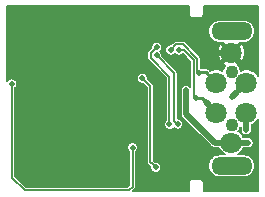
<source format=gtl>
G04 #@! TF.GenerationSoftware,KiCad,Pcbnew,(5.0.0-3-g5ebb6b6)*
G04 #@! TF.CreationDate,2018-08-18T00:05:47+02:00*
G04 #@! TF.ProjectId,nk-u2f,6E6B2D7532662E6B696361645F706362,R5*
G04 #@! TF.SameCoordinates,PX791ddc0PY5e69114*
G04 #@! TF.FileFunction,Copper,L1,Top,Signal*
G04 #@! TF.FilePolarity,Positive*
%FSLAX46Y46*%
G04 Gerber Fmt 4.6, Leading zero omitted, Abs format (unit mm)*
G04 Created by KiCad (PCBNEW (5.0.0-3-g5ebb6b6)) date Saturday, 18 August 2018 at 00:05:47*
%MOMM*%
%LPD*%
G01*
G04 APERTURE LIST*
G04 #@! TA.AperFunction,ComponentPad*
%ADD10C,1.099820*%
G04 #@! TD*
G04 #@! TA.AperFunction,ComponentPad*
%ADD11O,3.500120X1.501140*%
G04 #@! TD*
G04 #@! TA.AperFunction,BGAPad,CuDef*
%ADD12C,1.800000*%
G04 #@! TD*
G04 #@! TA.AperFunction,ViaPad*
%ADD13C,0.500000*%
G04 #@! TD*
G04 #@! TA.AperFunction,Conductor*
%ADD14C,0.500000*%
G04 #@! TD*
G04 #@! TA.AperFunction,Conductor*
%ADD15C,0.150000*%
G04 #@! TD*
G04 #@! TA.AperFunction,Conductor*
%ADD16C,0.254000*%
G04 #@! TD*
G04 APERTURE END LIST*
D10*
G04 #@! TO.P,J1,8*
G04 #@! TO.N,N/C*
X6999600Y2234450D03*
G04 #@! TO.P,J1,7*
X6999600Y-2266430D03*
D11*
G04 #@! TO.P,J1,6*
X6999600Y-5715750D03*
G04 #@! TO.P,J1,5*
X6999600Y5683770D03*
G04 #@! TD*
D12*
G04 #@! TO.P,TP1,1*
G04 #@! TO.N,/GND*
X6970000Y3866500D03*
G04 #@! TD*
G04 #@! TO.P,TP5,1*
G04 #@! TO.N,/C2CK*
X8240000Y1326500D03*
G04 #@! TD*
G04 #@! TO.P,TP2,1*
G04 #@! TO.N,/HD+*
X5700000Y1326500D03*
G04 #@! TD*
G04 #@! TO.P,TP3,1*
G04 #@! TO.N,/HD-*
X5700000Y-1213500D03*
G04 #@! TD*
G04 #@! TO.P,TP6,1*
G04 #@! TO.N,/C2D*
X8240000Y-1213500D03*
G04 #@! TD*
G04 #@! TO.P,TP4,1*
G04 #@! TO.N,/+5V*
X6970000Y-3753500D03*
G04 #@! TD*
D13*
G04 #@! TO.N,/+5V*
X8400600Y-3746600D03*
X3147880Y680620D03*
G04 #@! TO.N,/C2CK*
X7003602Y101500D03*
G04 #@! TO.N,/C2D*
X8235500Y-2654400D03*
G04 #@! TO.N,/HD+*
X1853305Y4089775D03*
X4278210Y2120800D03*
G04 #@! TO.N,/HD-*
X2529430Y4094134D03*
X3968300Y554D03*
G04 #@! TO.N,/Button*
X565156Y-5845599D03*
X-552900Y1701700D03*
G04 #@! TO.N,/SDA*
X642900Y4314514D03*
X1738210Y-2197192D03*
G04 #@! TO.N,/SCL*
X640376Y3640223D03*
X2418900Y-2171800D03*
G04 #@! TO.N,/LED*
X-1391100Y-4165700D03*
X-11614600Y1224180D03*
G04 #@! TO.N,/GND*
X3714300Y-5372200D03*
X-420330Y2338039D03*
X4044500Y5587900D03*
X7918000Y2832000D03*
X463100Y1981100D03*
X2304600Y-6159600D03*
X725000Y-153500D03*
G04 #@! TD*
D14*
G04 #@! TO.N,/+5V*
X6970000Y-3753500D02*
X5588100Y-3753500D01*
X5588100Y-3753500D02*
X3147880Y-1313280D01*
X3147880Y327067D02*
X3147880Y680620D01*
X3147880Y-1313280D02*
X3147880Y327067D01*
X8393700Y-3753500D02*
X8400600Y-3746600D01*
X6970000Y-3753500D02*
X8393700Y-3753500D01*
D15*
G04 #@! TO.N,/C2CK*
X7562402Y660300D02*
X7422702Y520600D01*
X7848602Y946500D02*
X7562402Y660300D01*
D14*
X7562402Y660300D02*
X7573800Y660300D01*
X7573800Y660300D02*
X8240000Y1326500D01*
X7422702Y520600D02*
X7003602Y101500D01*
D15*
X8525000Y946500D02*
X7848602Y946500D01*
G04 #@! TO.N,/C2D*
X8525000Y-1053500D02*
X8235500Y-1343000D01*
D14*
X8235500Y-1343000D02*
X8235500Y-2654400D01*
D16*
G04 #@! TO.N,/HD+*
X5175000Y1000010D02*
X5175000Y1218900D01*
D15*
X4278210Y2153790D02*
X4278210Y2120800D01*
X4108000Y2324000D02*
X4278210Y2153790D01*
D16*
X4383909Y2226499D02*
X4278210Y2120800D01*
D15*
X4108000Y3365400D02*
X4108000Y2324000D01*
D16*
X4800001Y2226499D02*
X4383909Y2226499D01*
D15*
X2332665Y4569135D02*
X2904265Y4569135D01*
D16*
X5700000Y1326500D02*
X4800001Y2226499D01*
D15*
X1853305Y4089775D02*
X2332665Y4569135D01*
X2904265Y4569135D02*
X4108000Y3365400D01*
D14*
G04 #@! TO.N,/HD-*
X4791400Y-304900D02*
X5803019Y-1316519D01*
X5803019Y-1316519D02*
X5700000Y-1213500D01*
D16*
X5175000Y-1016750D02*
X5175000Y-736900D01*
D15*
X3803200Y165654D02*
X3968300Y554D01*
X2934766Y4094134D02*
X3803200Y3225700D01*
D16*
X4485946Y554D02*
X4791400Y-304900D01*
D15*
X2529430Y4094134D02*
X2934766Y4094134D01*
D16*
X3968300Y554D02*
X4485946Y554D01*
D15*
X3803200Y3225700D02*
X3803200Y165654D01*
G04 #@! TO.N,/Button*
X114777Y-2213488D02*
X114777Y-5395220D01*
X114777Y-5395220D02*
X315157Y-5595600D01*
X315157Y-5595600D02*
X565156Y-5845599D01*
X114777Y1034023D02*
X114777Y-1859935D01*
X-552900Y1701700D02*
X114777Y1034023D01*
X114777Y-1859935D02*
X114777Y-2213488D01*
G04 #@! TO.N,/SDA*
X392901Y4064515D02*
X642900Y4314514D01*
X140499Y3812113D02*
X392901Y4064515D01*
X1738210Y1834956D02*
X140499Y3432667D01*
X1738210Y-2197192D02*
X1738210Y1834956D01*
X140499Y3432667D02*
X140499Y3812113D01*
G04 #@! TO.N,/SCL*
X2418900Y-2171800D02*
X2126800Y-1879700D01*
X2126800Y-1879700D02*
X2126800Y2153799D01*
X2126800Y2153799D02*
X640900Y3639699D01*
X640900Y3639699D02*
X640376Y3640223D01*
G04 #@! TO.N,/LED*
X-11614600Y1224180D02*
X-11614600Y-6705700D01*
X-11614600Y-6705700D02*
X-10522400Y-7797900D01*
X-10522400Y-7797900D02*
X-1708600Y-7797900D01*
X-1708600Y-7797900D02*
X-1391100Y-7480400D01*
X-1391100Y-7480400D02*
X-1391100Y-4165700D01*
D14*
G04 #@! TO.N,/GND*
X788190Y-1466690D02*
X788190Y-4643190D01*
X463100Y1981100D02*
X463100Y2438300D01*
X463100Y2438300D02*
X-972000Y3873400D01*
X-972000Y3873400D02*
X-972000Y5600437D01*
X-972000Y5600437D02*
X-972163Y5600600D01*
X6970000Y3866500D02*
X4330800Y3866500D01*
X4330800Y3866500D02*
X2634800Y5562500D01*
X2634800Y5562500D02*
X-934063Y5562500D01*
X-934063Y5562500D02*
X-972163Y5600600D01*
X-972163Y5600600D02*
X-972163Y7289863D01*
X-972163Y7289863D02*
X-1340300Y7658000D01*
X-1340300Y7658000D02*
X-8274500Y7658000D01*
X-8274500Y7658000D02*
X-9744294Y6188206D01*
X-9744294Y6188206D02*
X-10067010Y6188206D01*
X-10067010Y6188206D02*
X-9912652Y6033848D01*
D16*
X-9540000Y6406500D02*
X-9390000Y6406500D01*
D14*
X463100Y1981100D02*
X725000Y1719200D01*
X725000Y1719200D02*
X725000Y-153500D01*
X6970000Y3866500D02*
X6970000Y3780000D01*
X6970000Y3780000D02*
X7918000Y2832000D01*
X788190Y-4643190D02*
X2304600Y-6159600D01*
X725000Y-153500D02*
X725000Y-1403500D01*
X725000Y-1403500D02*
X788190Y-1466690D01*
G04 #@! TD*
D15*
G04 #@! TO.N,/GND*
G36*
X3375470Y7109982D02*
X3374142Y7096500D01*
X3379443Y7042683D01*
X3395140Y6990934D01*
X3420632Y6943242D01*
X3454939Y6901439D01*
X3496742Y6867132D01*
X3544434Y6841640D01*
X3596183Y6825943D01*
X3650000Y6820642D01*
X3663482Y6821970D01*
X4336518Y6821970D01*
X4350000Y6820642D01*
X4363482Y6821970D01*
X4403817Y6825943D01*
X4455566Y6841640D01*
X4503258Y6867132D01*
X4545061Y6901439D01*
X4579368Y6943242D01*
X4604860Y6990934D01*
X4620557Y7042683D01*
X4625858Y7096500D01*
X4624530Y7109982D01*
X4624530Y7846970D01*
X9225071Y7846970D01*
X9225071Y1877184D01*
X9113844Y2043645D01*
X8957145Y2200344D01*
X8772887Y2323462D01*
X8568150Y2408267D01*
X8350803Y2451500D01*
X8129197Y2451500D01*
X7911850Y2408267D01*
X7767047Y2348288D01*
X7744730Y2460483D01*
X7686316Y2601507D01*
X7601512Y2728426D01*
X7510460Y2819478D01*
X7593422Y2863823D01*
X7693852Y3022440D01*
X6970000Y3746292D01*
X6246148Y3022440D01*
X6346578Y2863823D01*
X6471493Y2802231D01*
X6397688Y2728426D01*
X6312884Y2601507D01*
X6254470Y2460483D01*
X6227646Y2325633D01*
X6028150Y2408267D01*
X5810803Y2451500D01*
X5589197Y2451500D01*
X5371850Y2408267D01*
X5190962Y2333341D01*
X5061136Y2463167D01*
X5050107Y2476605D01*
X4996508Y2520592D01*
X4935357Y2553278D01*
X4869005Y2573406D01*
X4817293Y2578499D01*
X4817290Y2578499D01*
X4800001Y2580202D01*
X4782712Y2578499D01*
X4411971Y2578499D01*
X4408000Y2579289D01*
X4408000Y3350678D01*
X4409450Y3365401D01*
X4408000Y3380124D01*
X4408000Y3380133D01*
X4403659Y3424210D01*
X4386504Y3480760D01*
X4367425Y3516455D01*
X4358647Y3532878D01*
X4330549Y3567115D01*
X4321158Y3578558D01*
X4309716Y3587947D01*
X4069864Y3827799D01*
X5789949Y3827799D01*
X5820174Y3598326D01*
X5894586Y3379158D01*
X5967323Y3243078D01*
X6125940Y3142648D01*
X6849792Y3866500D01*
X7090208Y3866500D01*
X7814060Y3142648D01*
X7972677Y3243078D01*
X8075035Y3450670D01*
X8134927Y3674241D01*
X8150051Y3905201D01*
X8119826Y4134674D01*
X8045414Y4353842D01*
X7972677Y4489922D01*
X7814060Y4590352D01*
X7090208Y3866500D01*
X6849792Y3866500D01*
X6125940Y4590352D01*
X5967323Y4489922D01*
X5864965Y4282330D01*
X5805073Y4058759D01*
X5789949Y3827799D01*
X4069864Y3827799D01*
X3126818Y4770845D01*
X3117423Y4782293D01*
X3071742Y4819782D01*
X3019625Y4847639D01*
X2963075Y4864794D01*
X2918998Y4869135D01*
X2918988Y4869135D01*
X2904265Y4870585D01*
X2889542Y4869135D01*
X2347387Y4869135D01*
X2332664Y4870585D01*
X2317941Y4869135D01*
X2317932Y4869135D01*
X2273855Y4864794D01*
X2217305Y4847639D01*
X2193044Y4834671D01*
X2165187Y4819782D01*
X2130950Y4791684D01*
X2119507Y4782293D01*
X2110116Y4770850D01*
X1903386Y4564119D01*
X1900088Y4564775D01*
X1806522Y4564775D01*
X1714753Y4546521D01*
X1628308Y4510714D01*
X1550510Y4458731D01*
X1484349Y4392570D01*
X1432366Y4314772D01*
X1396559Y4228327D01*
X1378305Y4136558D01*
X1378305Y4042992D01*
X1396559Y3951223D01*
X1432366Y3864778D01*
X1484349Y3786980D01*
X1550510Y3720819D01*
X1628308Y3668836D01*
X1714753Y3633029D01*
X1806522Y3614775D01*
X1900088Y3614775D01*
X1991857Y3633029D01*
X2078302Y3668836D01*
X2156100Y3720819D01*
X2193547Y3758266D01*
X2226635Y3725178D01*
X2304433Y3673195D01*
X2390878Y3637388D01*
X2482647Y3619134D01*
X2576213Y3619134D01*
X2667982Y3637388D01*
X2754427Y3673195D01*
X2832225Y3725178D01*
X2855842Y3748795D01*
X3503200Y3101436D01*
X3503201Y997050D01*
X3500259Y999992D01*
X3485381Y1018121D01*
X3467252Y1032999D01*
X3450675Y1049576D01*
X3431183Y1062600D01*
X3413053Y1077479D01*
X3392370Y1088534D01*
X3372877Y1101559D01*
X3351216Y1110531D01*
X3330534Y1121586D01*
X3308095Y1128393D01*
X3286432Y1137366D01*
X3263433Y1141941D01*
X3240996Y1148747D01*
X3217662Y1151045D01*
X3194663Y1155620D01*
X3171212Y1155620D01*
X3147880Y1157918D01*
X3124548Y1155620D01*
X3101097Y1155620D01*
X3078097Y1151045D01*
X3054765Y1148747D01*
X3032330Y1141941D01*
X3009328Y1137366D01*
X2987662Y1128392D01*
X2965227Y1121586D01*
X2944549Y1110533D01*
X2922883Y1101559D01*
X2903386Y1088532D01*
X2882708Y1077479D01*
X2864583Y1062604D01*
X2845085Y1049576D01*
X2828504Y1032995D01*
X2810380Y1018121D01*
X2795506Y999997D01*
X2778924Y983415D01*
X2765895Y963916D01*
X2751022Y945793D01*
X2739971Y925117D01*
X2726941Y905617D01*
X2717965Y883947D01*
X2706915Y863274D01*
X2700110Y840842D01*
X2691134Y819172D01*
X2686559Y796171D01*
X2679753Y773736D01*
X2677455Y750403D01*
X2672880Y727403D01*
X2672880Y303736D01*
X2672881Y303726D01*
X2672880Y-1289947D01*
X2670582Y-1313280D01*
X2679753Y-1406396D01*
X2680736Y-1409635D01*
X2706914Y-1495933D01*
X2751021Y-1578453D01*
X2810379Y-1650781D01*
X2828514Y-1665664D01*
X5235721Y-4072872D01*
X5250599Y-4091001D01*
X5322927Y-4150359D01*
X5405446Y-4194466D01*
X5464840Y-4212483D01*
X5494983Y-4221627D01*
X5588099Y-4230798D01*
X5611431Y-4228500D01*
X5949060Y-4228500D01*
X5973038Y-4286387D01*
X6096156Y-4470645D01*
X6252855Y-4627344D01*
X6421725Y-4740180D01*
X5952187Y-4740180D01*
X5808865Y-4754296D01*
X5624969Y-4810080D01*
X5455490Y-4900669D01*
X5306940Y-5022580D01*
X5185029Y-5171130D01*
X5094440Y-5340609D01*
X5038656Y-5524505D01*
X5019820Y-5715750D01*
X5038656Y-5906995D01*
X5094440Y-6090891D01*
X5185029Y-6260370D01*
X5306940Y-6408920D01*
X5455490Y-6530831D01*
X5624969Y-6621420D01*
X5808865Y-6677204D01*
X5952187Y-6691320D01*
X8047013Y-6691320D01*
X8190335Y-6677204D01*
X8374231Y-6621420D01*
X8543710Y-6530831D01*
X8692260Y-6408920D01*
X8814171Y-6260370D01*
X8904760Y-6090891D01*
X8960544Y-5906995D01*
X8979380Y-5715750D01*
X8960544Y-5524505D01*
X8904760Y-5340609D01*
X8814171Y-5171130D01*
X8692260Y-5022580D01*
X8543710Y-4900669D01*
X8374231Y-4810080D01*
X8190335Y-4754296D01*
X8047013Y-4740180D01*
X7518275Y-4740180D01*
X7687145Y-4627344D01*
X7843844Y-4470645D01*
X7966962Y-4286387D01*
X7990940Y-4228500D01*
X8370368Y-4228500D01*
X8393700Y-4230798D01*
X8417032Y-4228500D01*
X8486816Y-4221627D01*
X8576354Y-4194466D01*
X8658873Y-4150359D01*
X8692016Y-4123159D01*
X8703395Y-4115556D01*
X8713072Y-4105879D01*
X8731201Y-4091001D01*
X8746079Y-4072872D01*
X8769556Y-4049395D01*
X8782589Y-4029890D01*
X8797458Y-4011772D01*
X8808507Y-3991100D01*
X8821539Y-3971597D01*
X8830515Y-3949926D01*
X8841565Y-3929254D01*
X8848370Y-3906822D01*
X8857346Y-3885152D01*
X8861921Y-3862151D01*
X8868727Y-3839716D01*
X8871025Y-3816382D01*
X8875600Y-3793383D01*
X8875600Y-3769933D01*
X8877898Y-3746601D01*
X8875600Y-3723268D01*
X8875600Y-3699817D01*
X8871025Y-3676817D01*
X8868727Y-3653484D01*
X8861921Y-3631049D01*
X8857346Y-3608048D01*
X8848370Y-3586378D01*
X8841565Y-3563946D01*
X8830515Y-3543274D01*
X8821539Y-3521603D01*
X8808507Y-3502100D01*
X8797458Y-3481428D01*
X8782588Y-3463309D01*
X8769556Y-3443805D01*
X8752969Y-3427218D01*
X8738100Y-3409100D01*
X8719982Y-3394231D01*
X8703395Y-3377644D01*
X8683891Y-3364612D01*
X8665772Y-3349742D01*
X8645100Y-3338693D01*
X8625597Y-3325661D01*
X8603926Y-3316685D01*
X8583254Y-3305635D01*
X8560822Y-3298830D01*
X8539152Y-3289854D01*
X8516151Y-3285279D01*
X8493716Y-3278473D01*
X8470383Y-3276175D01*
X8447383Y-3271600D01*
X8423932Y-3271600D01*
X8400599Y-3269302D01*
X8377267Y-3271600D01*
X8353817Y-3271600D01*
X8330818Y-3276175D01*
X8307484Y-3278473D01*
X8307395Y-3278500D01*
X7990940Y-3278500D01*
X7966962Y-3220613D01*
X7843844Y-3036355D01*
X7687145Y-2879656D01*
X7564327Y-2797591D01*
X7601512Y-2760406D01*
X7686316Y-2633487D01*
X7744730Y-2492463D01*
X7760501Y-2413179D01*
X7760501Y-2607612D01*
X7760500Y-2607617D01*
X7760500Y-2701183D01*
X7765077Y-2724193D01*
X7767374Y-2747516D01*
X7774177Y-2769944D01*
X7778754Y-2792952D01*
X7787731Y-2814624D01*
X7794535Y-2837054D01*
X7805585Y-2857727D01*
X7814561Y-2879397D01*
X7827591Y-2898897D01*
X7838642Y-2919573D01*
X7853515Y-2937696D01*
X7866544Y-2957195D01*
X7883126Y-2973777D01*
X7898000Y-2991901D01*
X7916124Y-3006775D01*
X7932705Y-3023356D01*
X7952203Y-3036384D01*
X7970328Y-3051259D01*
X7991006Y-3062312D01*
X8010503Y-3075339D01*
X8032169Y-3084313D01*
X8052847Y-3095366D01*
X8075282Y-3102172D01*
X8096948Y-3111146D01*
X8119950Y-3115721D01*
X8142385Y-3122527D01*
X8165717Y-3124825D01*
X8188717Y-3129400D01*
X8212168Y-3129400D01*
X8235500Y-3131698D01*
X8258832Y-3129400D01*
X8282283Y-3129400D01*
X8305282Y-3124825D01*
X8328616Y-3122527D01*
X8351053Y-3115721D01*
X8374052Y-3111146D01*
X8395715Y-3102173D01*
X8418154Y-3095366D01*
X8438836Y-3084311D01*
X8460497Y-3075339D01*
X8479990Y-3062314D01*
X8500673Y-3051259D01*
X8518803Y-3036380D01*
X8538295Y-3023356D01*
X8554872Y-3006779D01*
X8573001Y-2991901D01*
X8587879Y-2973772D01*
X8604456Y-2957195D01*
X8617480Y-2937703D01*
X8632359Y-2919573D01*
X8643414Y-2898890D01*
X8656439Y-2879397D01*
X8665411Y-2857736D01*
X8676466Y-2837054D01*
X8683273Y-2814615D01*
X8692246Y-2792952D01*
X8696821Y-2769953D01*
X8703627Y-2747516D01*
X8705925Y-2724183D01*
X8710500Y-2701183D01*
X8710500Y-2236304D01*
X8772887Y-2210462D01*
X8957145Y-2087344D01*
X9113844Y-1930645D01*
X9225070Y-1764184D01*
X9225070Y-7878970D01*
X4624530Y-7878970D01*
X4624530Y-7116982D01*
X4625858Y-7103500D01*
X4620557Y-7049683D01*
X4604860Y-6997934D01*
X4579368Y-6950242D01*
X4545061Y-6908439D01*
X4503258Y-6874132D01*
X4455566Y-6848640D01*
X4403817Y-6832943D01*
X4363482Y-6828970D01*
X4350000Y-6827642D01*
X4336518Y-6828970D01*
X3663482Y-6828970D01*
X3650000Y-6827642D01*
X3636518Y-6828970D01*
X3596183Y-6832943D01*
X3544434Y-6848640D01*
X3496742Y-6874132D01*
X3454939Y-6908439D01*
X3420632Y-6950242D01*
X3395140Y-6997934D01*
X3379443Y-7049683D01*
X3374142Y-7103500D01*
X3375470Y-7116982D01*
X3375471Y-7878970D01*
X-1365407Y-7878970D01*
X-1189384Y-7702948D01*
X-1177942Y-7693558D01*
X-1168551Y-7682115D01*
X-1140453Y-7647878D01*
X-1112596Y-7595761D01*
X-1108603Y-7582599D01*
X-1095441Y-7539210D01*
X-1091100Y-7495133D01*
X-1091100Y-7495130D01*
X-1089649Y-7480400D01*
X-1091100Y-7465670D01*
X-1091100Y-4536524D01*
X-1088305Y-4534656D01*
X-1022144Y-4468495D01*
X-970161Y-4390697D01*
X-934354Y-4304252D01*
X-916100Y-4212483D01*
X-916100Y-4118917D01*
X-934354Y-4027148D01*
X-970161Y-3940703D01*
X-1022144Y-3862905D01*
X-1088305Y-3796744D01*
X-1166103Y-3744761D01*
X-1252548Y-3708954D01*
X-1344317Y-3690700D01*
X-1437883Y-3690700D01*
X-1529652Y-3708954D01*
X-1616097Y-3744761D01*
X-1693895Y-3796744D01*
X-1760056Y-3862905D01*
X-1812039Y-3940703D01*
X-1847846Y-4027148D01*
X-1866100Y-4118917D01*
X-1866100Y-4212483D01*
X-1847846Y-4304252D01*
X-1812039Y-4390697D01*
X-1760056Y-4468495D01*
X-1693895Y-4534656D01*
X-1691099Y-4536524D01*
X-1691100Y-7356136D01*
X-1832863Y-7497900D01*
X-10398136Y-7497900D01*
X-11314600Y-6581437D01*
X-11314600Y853356D01*
X-11311805Y855224D01*
X-11245644Y921385D01*
X-11193661Y999183D01*
X-11157854Y1085628D01*
X-11139600Y1177397D01*
X-11139600Y1270963D01*
X-11157854Y1362732D01*
X-11193661Y1449177D01*
X-11245644Y1526975D01*
X-11311805Y1593136D01*
X-11389603Y1645119D01*
X-11476048Y1680926D01*
X-11567817Y1699180D01*
X-11661383Y1699180D01*
X-11753152Y1680926D01*
X-11839597Y1645119D01*
X-11917395Y1593136D01*
X-11983556Y1526975D01*
X-12000470Y1501661D01*
X-12000470Y1748483D01*
X-1027900Y1748483D01*
X-1027900Y1654917D01*
X-1009646Y1563148D01*
X-973839Y1476703D01*
X-921856Y1398905D01*
X-855695Y1332744D01*
X-777897Y1280761D01*
X-691452Y1244954D01*
X-599683Y1226700D01*
X-506117Y1226700D01*
X-502819Y1227356D01*
X-185223Y909759D01*
X-185222Y-1845193D01*
X-185223Y-1845203D01*
X-185223Y-2198756D01*
X-185222Y-5380487D01*
X-186673Y-5395220D01*
X-180881Y-5454030D01*
X-163726Y-5510580D01*
X-135870Y-5562697D01*
X-108867Y-5595600D01*
X-98380Y-5608378D01*
X-86937Y-5617769D01*
X90812Y-5795518D01*
X90156Y-5798816D01*
X90156Y-5892382D01*
X108410Y-5984151D01*
X144217Y-6070596D01*
X196200Y-6148394D01*
X262361Y-6214555D01*
X340159Y-6266538D01*
X426604Y-6302345D01*
X518373Y-6320599D01*
X611939Y-6320599D01*
X703708Y-6302345D01*
X790153Y-6266538D01*
X867951Y-6214555D01*
X934112Y-6148394D01*
X986095Y-6070596D01*
X1021902Y-5984151D01*
X1040156Y-5892382D01*
X1040156Y-5798816D01*
X1021902Y-5707047D01*
X986095Y-5620602D01*
X934112Y-5542804D01*
X867951Y-5476643D01*
X790153Y-5424660D01*
X703708Y-5388853D01*
X611939Y-5370599D01*
X518373Y-5370599D01*
X515075Y-5371255D01*
X414777Y-5270957D01*
X414777Y1019293D01*
X416228Y1034023D01*
X413949Y1057159D01*
X410436Y1092833D01*
X393281Y1149383D01*
X378307Y1177397D01*
X365424Y1201501D01*
X337326Y1235738D01*
X327935Y1247181D01*
X316493Y1256571D01*
X-78556Y1651619D01*
X-77900Y1654917D01*
X-77900Y1748483D01*
X-96154Y1840252D01*
X-131961Y1926697D01*
X-183944Y2004495D01*
X-250105Y2070656D01*
X-327903Y2122639D01*
X-414348Y2158446D01*
X-506117Y2176700D01*
X-599683Y2176700D01*
X-691452Y2158446D01*
X-777897Y2122639D01*
X-855695Y2070656D01*
X-921856Y2004495D01*
X-973839Y1926697D01*
X-1009646Y1840252D01*
X-1027900Y1748483D01*
X-12000470Y1748483D01*
X-12000470Y3812113D01*
X-160951Y3812113D01*
X-159501Y3797390D01*
X-159501Y3447390D01*
X-160951Y3432667D01*
X-159501Y3417944D01*
X-159501Y3417935D01*
X-155160Y3373858D01*
X-138005Y3317308D01*
X-125037Y3293047D01*
X-110148Y3265190D01*
X-97715Y3250041D01*
X-72659Y3219509D01*
X-61211Y3210114D01*
X1438211Y1710691D01*
X1438210Y-1826368D01*
X1435415Y-1828236D01*
X1369254Y-1894397D01*
X1317271Y-1972195D01*
X1281464Y-2058640D01*
X1263210Y-2150409D01*
X1263210Y-2243975D01*
X1281464Y-2335744D01*
X1317271Y-2422189D01*
X1369254Y-2499987D01*
X1435415Y-2566148D01*
X1513213Y-2618131D01*
X1599658Y-2653938D01*
X1691427Y-2672192D01*
X1784993Y-2672192D01*
X1876762Y-2653938D01*
X1963207Y-2618131D01*
X2041005Y-2566148D01*
X2091251Y-2515902D01*
X2116105Y-2540756D01*
X2193903Y-2592739D01*
X2280348Y-2628546D01*
X2372117Y-2646800D01*
X2465683Y-2646800D01*
X2557452Y-2628546D01*
X2643897Y-2592739D01*
X2721695Y-2540756D01*
X2787856Y-2474595D01*
X2839839Y-2396797D01*
X2875646Y-2310352D01*
X2893900Y-2218583D01*
X2893900Y-2125017D01*
X2875646Y-2033248D01*
X2839839Y-1946803D01*
X2787856Y-1869005D01*
X2721695Y-1802844D01*
X2643897Y-1750861D01*
X2557452Y-1715054D01*
X2465683Y-1696800D01*
X2426800Y-1696800D01*
X2426800Y2139076D01*
X2428250Y2153799D01*
X2426800Y2168523D01*
X2426800Y2168532D01*
X2422459Y2212609D01*
X2405304Y2269159D01*
X2383866Y2309267D01*
X2377447Y2321277D01*
X2349349Y2355514D01*
X2339958Y2366957D01*
X2328515Y2376348D01*
X1114720Y3590142D01*
X1115376Y3593440D01*
X1115376Y3687006D01*
X1097122Y3778775D01*
X1061315Y3865220D01*
X1009332Y3943018D01*
X976244Y3976106D01*
X1011856Y4011719D01*
X1063839Y4089517D01*
X1099646Y4175962D01*
X1117900Y4267731D01*
X1117900Y4361297D01*
X1099646Y4453066D01*
X1063839Y4539511D01*
X1011856Y4617309D01*
X945695Y4683470D01*
X867897Y4735453D01*
X781452Y4771260D01*
X689683Y4789514D01*
X596117Y4789514D01*
X504348Y4771260D01*
X417903Y4735453D01*
X340105Y4683470D01*
X273944Y4617309D01*
X221961Y4539511D01*
X186154Y4453066D01*
X167900Y4361297D01*
X167900Y4267731D01*
X168556Y4264434D01*
X-61216Y4034661D01*
X-72658Y4025271D01*
X-82049Y4013828D01*
X-82050Y4013827D01*
X-110148Y3979590D01*
X-129695Y3943018D01*
X-138004Y3927473D01*
X-155160Y3870923D01*
X-159501Y3826846D01*
X-159501Y3826836D01*
X-160951Y3812113D01*
X-12000470Y3812113D01*
X-12000470Y5683770D01*
X5019820Y5683770D01*
X5038656Y5492525D01*
X5094440Y5308629D01*
X5185029Y5139150D01*
X5306940Y4990600D01*
X5455490Y4868689D01*
X5624969Y4778100D01*
X5808865Y4722316D01*
X5952187Y4708200D01*
X6248508Y4708200D01*
X6970000Y3986708D01*
X7691492Y4708200D01*
X8047013Y4708200D01*
X8190335Y4722316D01*
X8374231Y4778100D01*
X8543710Y4868689D01*
X8692260Y4990600D01*
X8814171Y5139150D01*
X8904760Y5308629D01*
X8960544Y5492525D01*
X8979380Y5683770D01*
X8960544Y5875015D01*
X8904760Y6058911D01*
X8814171Y6228390D01*
X8692260Y6376940D01*
X8543710Y6498851D01*
X8374231Y6589440D01*
X8190335Y6645224D01*
X8047013Y6659340D01*
X5952187Y6659340D01*
X5808865Y6645224D01*
X5624969Y6589440D01*
X5455490Y6498851D01*
X5306940Y6376940D01*
X5185029Y6228390D01*
X5094440Y6058911D01*
X5038656Y5875015D01*
X5019820Y5683770D01*
X-12000470Y5683770D01*
X-12000470Y7846970D01*
X3375471Y7846970D01*
X3375470Y7109982D01*
X3375470Y7109982D01*
G37*
X3375470Y7109982D02*
X3374142Y7096500D01*
X3379443Y7042683D01*
X3395140Y6990934D01*
X3420632Y6943242D01*
X3454939Y6901439D01*
X3496742Y6867132D01*
X3544434Y6841640D01*
X3596183Y6825943D01*
X3650000Y6820642D01*
X3663482Y6821970D01*
X4336518Y6821970D01*
X4350000Y6820642D01*
X4363482Y6821970D01*
X4403817Y6825943D01*
X4455566Y6841640D01*
X4503258Y6867132D01*
X4545061Y6901439D01*
X4579368Y6943242D01*
X4604860Y6990934D01*
X4620557Y7042683D01*
X4625858Y7096500D01*
X4624530Y7109982D01*
X4624530Y7846970D01*
X9225071Y7846970D01*
X9225071Y1877184D01*
X9113844Y2043645D01*
X8957145Y2200344D01*
X8772887Y2323462D01*
X8568150Y2408267D01*
X8350803Y2451500D01*
X8129197Y2451500D01*
X7911850Y2408267D01*
X7767047Y2348288D01*
X7744730Y2460483D01*
X7686316Y2601507D01*
X7601512Y2728426D01*
X7510460Y2819478D01*
X7593422Y2863823D01*
X7693852Y3022440D01*
X6970000Y3746292D01*
X6246148Y3022440D01*
X6346578Y2863823D01*
X6471493Y2802231D01*
X6397688Y2728426D01*
X6312884Y2601507D01*
X6254470Y2460483D01*
X6227646Y2325633D01*
X6028150Y2408267D01*
X5810803Y2451500D01*
X5589197Y2451500D01*
X5371850Y2408267D01*
X5190962Y2333341D01*
X5061136Y2463167D01*
X5050107Y2476605D01*
X4996508Y2520592D01*
X4935357Y2553278D01*
X4869005Y2573406D01*
X4817293Y2578499D01*
X4817290Y2578499D01*
X4800001Y2580202D01*
X4782712Y2578499D01*
X4411971Y2578499D01*
X4408000Y2579289D01*
X4408000Y3350678D01*
X4409450Y3365401D01*
X4408000Y3380124D01*
X4408000Y3380133D01*
X4403659Y3424210D01*
X4386504Y3480760D01*
X4367425Y3516455D01*
X4358647Y3532878D01*
X4330549Y3567115D01*
X4321158Y3578558D01*
X4309716Y3587947D01*
X4069864Y3827799D01*
X5789949Y3827799D01*
X5820174Y3598326D01*
X5894586Y3379158D01*
X5967323Y3243078D01*
X6125940Y3142648D01*
X6849792Y3866500D01*
X7090208Y3866500D01*
X7814060Y3142648D01*
X7972677Y3243078D01*
X8075035Y3450670D01*
X8134927Y3674241D01*
X8150051Y3905201D01*
X8119826Y4134674D01*
X8045414Y4353842D01*
X7972677Y4489922D01*
X7814060Y4590352D01*
X7090208Y3866500D01*
X6849792Y3866500D01*
X6125940Y4590352D01*
X5967323Y4489922D01*
X5864965Y4282330D01*
X5805073Y4058759D01*
X5789949Y3827799D01*
X4069864Y3827799D01*
X3126818Y4770845D01*
X3117423Y4782293D01*
X3071742Y4819782D01*
X3019625Y4847639D01*
X2963075Y4864794D01*
X2918998Y4869135D01*
X2918988Y4869135D01*
X2904265Y4870585D01*
X2889542Y4869135D01*
X2347387Y4869135D01*
X2332664Y4870585D01*
X2317941Y4869135D01*
X2317932Y4869135D01*
X2273855Y4864794D01*
X2217305Y4847639D01*
X2193044Y4834671D01*
X2165187Y4819782D01*
X2130950Y4791684D01*
X2119507Y4782293D01*
X2110116Y4770850D01*
X1903386Y4564119D01*
X1900088Y4564775D01*
X1806522Y4564775D01*
X1714753Y4546521D01*
X1628308Y4510714D01*
X1550510Y4458731D01*
X1484349Y4392570D01*
X1432366Y4314772D01*
X1396559Y4228327D01*
X1378305Y4136558D01*
X1378305Y4042992D01*
X1396559Y3951223D01*
X1432366Y3864778D01*
X1484349Y3786980D01*
X1550510Y3720819D01*
X1628308Y3668836D01*
X1714753Y3633029D01*
X1806522Y3614775D01*
X1900088Y3614775D01*
X1991857Y3633029D01*
X2078302Y3668836D01*
X2156100Y3720819D01*
X2193547Y3758266D01*
X2226635Y3725178D01*
X2304433Y3673195D01*
X2390878Y3637388D01*
X2482647Y3619134D01*
X2576213Y3619134D01*
X2667982Y3637388D01*
X2754427Y3673195D01*
X2832225Y3725178D01*
X2855842Y3748795D01*
X3503200Y3101436D01*
X3503201Y997050D01*
X3500259Y999992D01*
X3485381Y1018121D01*
X3467252Y1032999D01*
X3450675Y1049576D01*
X3431183Y1062600D01*
X3413053Y1077479D01*
X3392370Y1088534D01*
X3372877Y1101559D01*
X3351216Y1110531D01*
X3330534Y1121586D01*
X3308095Y1128393D01*
X3286432Y1137366D01*
X3263433Y1141941D01*
X3240996Y1148747D01*
X3217662Y1151045D01*
X3194663Y1155620D01*
X3171212Y1155620D01*
X3147880Y1157918D01*
X3124548Y1155620D01*
X3101097Y1155620D01*
X3078097Y1151045D01*
X3054765Y1148747D01*
X3032330Y1141941D01*
X3009328Y1137366D01*
X2987662Y1128392D01*
X2965227Y1121586D01*
X2944549Y1110533D01*
X2922883Y1101559D01*
X2903386Y1088532D01*
X2882708Y1077479D01*
X2864583Y1062604D01*
X2845085Y1049576D01*
X2828504Y1032995D01*
X2810380Y1018121D01*
X2795506Y999997D01*
X2778924Y983415D01*
X2765895Y963916D01*
X2751022Y945793D01*
X2739971Y925117D01*
X2726941Y905617D01*
X2717965Y883947D01*
X2706915Y863274D01*
X2700110Y840842D01*
X2691134Y819172D01*
X2686559Y796171D01*
X2679753Y773736D01*
X2677455Y750403D01*
X2672880Y727403D01*
X2672880Y303736D01*
X2672881Y303726D01*
X2672880Y-1289947D01*
X2670582Y-1313280D01*
X2679753Y-1406396D01*
X2680736Y-1409635D01*
X2706914Y-1495933D01*
X2751021Y-1578453D01*
X2810379Y-1650781D01*
X2828514Y-1665664D01*
X5235721Y-4072872D01*
X5250599Y-4091001D01*
X5322927Y-4150359D01*
X5405446Y-4194466D01*
X5464840Y-4212483D01*
X5494983Y-4221627D01*
X5588099Y-4230798D01*
X5611431Y-4228500D01*
X5949060Y-4228500D01*
X5973038Y-4286387D01*
X6096156Y-4470645D01*
X6252855Y-4627344D01*
X6421725Y-4740180D01*
X5952187Y-4740180D01*
X5808865Y-4754296D01*
X5624969Y-4810080D01*
X5455490Y-4900669D01*
X5306940Y-5022580D01*
X5185029Y-5171130D01*
X5094440Y-5340609D01*
X5038656Y-5524505D01*
X5019820Y-5715750D01*
X5038656Y-5906995D01*
X5094440Y-6090891D01*
X5185029Y-6260370D01*
X5306940Y-6408920D01*
X5455490Y-6530831D01*
X5624969Y-6621420D01*
X5808865Y-6677204D01*
X5952187Y-6691320D01*
X8047013Y-6691320D01*
X8190335Y-6677204D01*
X8374231Y-6621420D01*
X8543710Y-6530831D01*
X8692260Y-6408920D01*
X8814171Y-6260370D01*
X8904760Y-6090891D01*
X8960544Y-5906995D01*
X8979380Y-5715750D01*
X8960544Y-5524505D01*
X8904760Y-5340609D01*
X8814171Y-5171130D01*
X8692260Y-5022580D01*
X8543710Y-4900669D01*
X8374231Y-4810080D01*
X8190335Y-4754296D01*
X8047013Y-4740180D01*
X7518275Y-4740180D01*
X7687145Y-4627344D01*
X7843844Y-4470645D01*
X7966962Y-4286387D01*
X7990940Y-4228500D01*
X8370368Y-4228500D01*
X8393700Y-4230798D01*
X8417032Y-4228500D01*
X8486816Y-4221627D01*
X8576354Y-4194466D01*
X8658873Y-4150359D01*
X8692016Y-4123159D01*
X8703395Y-4115556D01*
X8713072Y-4105879D01*
X8731201Y-4091001D01*
X8746079Y-4072872D01*
X8769556Y-4049395D01*
X8782589Y-4029890D01*
X8797458Y-4011772D01*
X8808507Y-3991100D01*
X8821539Y-3971597D01*
X8830515Y-3949926D01*
X8841565Y-3929254D01*
X8848370Y-3906822D01*
X8857346Y-3885152D01*
X8861921Y-3862151D01*
X8868727Y-3839716D01*
X8871025Y-3816382D01*
X8875600Y-3793383D01*
X8875600Y-3769933D01*
X8877898Y-3746601D01*
X8875600Y-3723268D01*
X8875600Y-3699817D01*
X8871025Y-3676817D01*
X8868727Y-3653484D01*
X8861921Y-3631049D01*
X8857346Y-3608048D01*
X8848370Y-3586378D01*
X8841565Y-3563946D01*
X8830515Y-3543274D01*
X8821539Y-3521603D01*
X8808507Y-3502100D01*
X8797458Y-3481428D01*
X8782588Y-3463309D01*
X8769556Y-3443805D01*
X8752969Y-3427218D01*
X8738100Y-3409100D01*
X8719982Y-3394231D01*
X8703395Y-3377644D01*
X8683891Y-3364612D01*
X8665772Y-3349742D01*
X8645100Y-3338693D01*
X8625597Y-3325661D01*
X8603926Y-3316685D01*
X8583254Y-3305635D01*
X8560822Y-3298830D01*
X8539152Y-3289854D01*
X8516151Y-3285279D01*
X8493716Y-3278473D01*
X8470383Y-3276175D01*
X8447383Y-3271600D01*
X8423932Y-3271600D01*
X8400599Y-3269302D01*
X8377267Y-3271600D01*
X8353817Y-3271600D01*
X8330818Y-3276175D01*
X8307484Y-3278473D01*
X8307395Y-3278500D01*
X7990940Y-3278500D01*
X7966962Y-3220613D01*
X7843844Y-3036355D01*
X7687145Y-2879656D01*
X7564327Y-2797591D01*
X7601512Y-2760406D01*
X7686316Y-2633487D01*
X7744730Y-2492463D01*
X7760501Y-2413179D01*
X7760501Y-2607612D01*
X7760500Y-2607617D01*
X7760500Y-2701183D01*
X7765077Y-2724193D01*
X7767374Y-2747516D01*
X7774177Y-2769944D01*
X7778754Y-2792952D01*
X7787731Y-2814624D01*
X7794535Y-2837054D01*
X7805585Y-2857727D01*
X7814561Y-2879397D01*
X7827591Y-2898897D01*
X7838642Y-2919573D01*
X7853515Y-2937696D01*
X7866544Y-2957195D01*
X7883126Y-2973777D01*
X7898000Y-2991901D01*
X7916124Y-3006775D01*
X7932705Y-3023356D01*
X7952203Y-3036384D01*
X7970328Y-3051259D01*
X7991006Y-3062312D01*
X8010503Y-3075339D01*
X8032169Y-3084313D01*
X8052847Y-3095366D01*
X8075282Y-3102172D01*
X8096948Y-3111146D01*
X8119950Y-3115721D01*
X8142385Y-3122527D01*
X8165717Y-3124825D01*
X8188717Y-3129400D01*
X8212168Y-3129400D01*
X8235500Y-3131698D01*
X8258832Y-3129400D01*
X8282283Y-3129400D01*
X8305282Y-3124825D01*
X8328616Y-3122527D01*
X8351053Y-3115721D01*
X8374052Y-3111146D01*
X8395715Y-3102173D01*
X8418154Y-3095366D01*
X8438836Y-3084311D01*
X8460497Y-3075339D01*
X8479990Y-3062314D01*
X8500673Y-3051259D01*
X8518803Y-3036380D01*
X8538295Y-3023356D01*
X8554872Y-3006779D01*
X8573001Y-2991901D01*
X8587879Y-2973772D01*
X8604456Y-2957195D01*
X8617480Y-2937703D01*
X8632359Y-2919573D01*
X8643414Y-2898890D01*
X8656439Y-2879397D01*
X8665411Y-2857736D01*
X8676466Y-2837054D01*
X8683273Y-2814615D01*
X8692246Y-2792952D01*
X8696821Y-2769953D01*
X8703627Y-2747516D01*
X8705925Y-2724183D01*
X8710500Y-2701183D01*
X8710500Y-2236304D01*
X8772887Y-2210462D01*
X8957145Y-2087344D01*
X9113844Y-1930645D01*
X9225070Y-1764184D01*
X9225070Y-7878970D01*
X4624530Y-7878970D01*
X4624530Y-7116982D01*
X4625858Y-7103500D01*
X4620557Y-7049683D01*
X4604860Y-6997934D01*
X4579368Y-6950242D01*
X4545061Y-6908439D01*
X4503258Y-6874132D01*
X4455566Y-6848640D01*
X4403817Y-6832943D01*
X4363482Y-6828970D01*
X4350000Y-6827642D01*
X4336518Y-6828970D01*
X3663482Y-6828970D01*
X3650000Y-6827642D01*
X3636518Y-6828970D01*
X3596183Y-6832943D01*
X3544434Y-6848640D01*
X3496742Y-6874132D01*
X3454939Y-6908439D01*
X3420632Y-6950242D01*
X3395140Y-6997934D01*
X3379443Y-7049683D01*
X3374142Y-7103500D01*
X3375470Y-7116982D01*
X3375471Y-7878970D01*
X-1365407Y-7878970D01*
X-1189384Y-7702948D01*
X-1177942Y-7693558D01*
X-1168551Y-7682115D01*
X-1140453Y-7647878D01*
X-1112596Y-7595761D01*
X-1108603Y-7582599D01*
X-1095441Y-7539210D01*
X-1091100Y-7495133D01*
X-1091100Y-7495130D01*
X-1089649Y-7480400D01*
X-1091100Y-7465670D01*
X-1091100Y-4536524D01*
X-1088305Y-4534656D01*
X-1022144Y-4468495D01*
X-970161Y-4390697D01*
X-934354Y-4304252D01*
X-916100Y-4212483D01*
X-916100Y-4118917D01*
X-934354Y-4027148D01*
X-970161Y-3940703D01*
X-1022144Y-3862905D01*
X-1088305Y-3796744D01*
X-1166103Y-3744761D01*
X-1252548Y-3708954D01*
X-1344317Y-3690700D01*
X-1437883Y-3690700D01*
X-1529652Y-3708954D01*
X-1616097Y-3744761D01*
X-1693895Y-3796744D01*
X-1760056Y-3862905D01*
X-1812039Y-3940703D01*
X-1847846Y-4027148D01*
X-1866100Y-4118917D01*
X-1866100Y-4212483D01*
X-1847846Y-4304252D01*
X-1812039Y-4390697D01*
X-1760056Y-4468495D01*
X-1693895Y-4534656D01*
X-1691099Y-4536524D01*
X-1691100Y-7356136D01*
X-1832863Y-7497900D01*
X-10398136Y-7497900D01*
X-11314600Y-6581437D01*
X-11314600Y853356D01*
X-11311805Y855224D01*
X-11245644Y921385D01*
X-11193661Y999183D01*
X-11157854Y1085628D01*
X-11139600Y1177397D01*
X-11139600Y1270963D01*
X-11157854Y1362732D01*
X-11193661Y1449177D01*
X-11245644Y1526975D01*
X-11311805Y1593136D01*
X-11389603Y1645119D01*
X-11476048Y1680926D01*
X-11567817Y1699180D01*
X-11661383Y1699180D01*
X-11753152Y1680926D01*
X-11839597Y1645119D01*
X-11917395Y1593136D01*
X-11983556Y1526975D01*
X-12000470Y1501661D01*
X-12000470Y1748483D01*
X-1027900Y1748483D01*
X-1027900Y1654917D01*
X-1009646Y1563148D01*
X-973839Y1476703D01*
X-921856Y1398905D01*
X-855695Y1332744D01*
X-777897Y1280761D01*
X-691452Y1244954D01*
X-599683Y1226700D01*
X-506117Y1226700D01*
X-502819Y1227356D01*
X-185223Y909759D01*
X-185222Y-1845193D01*
X-185223Y-1845203D01*
X-185223Y-2198756D01*
X-185222Y-5380487D01*
X-186673Y-5395220D01*
X-180881Y-5454030D01*
X-163726Y-5510580D01*
X-135870Y-5562697D01*
X-108867Y-5595600D01*
X-98380Y-5608378D01*
X-86937Y-5617769D01*
X90812Y-5795518D01*
X90156Y-5798816D01*
X90156Y-5892382D01*
X108410Y-5984151D01*
X144217Y-6070596D01*
X196200Y-6148394D01*
X262361Y-6214555D01*
X340159Y-6266538D01*
X426604Y-6302345D01*
X518373Y-6320599D01*
X611939Y-6320599D01*
X703708Y-6302345D01*
X790153Y-6266538D01*
X867951Y-6214555D01*
X934112Y-6148394D01*
X986095Y-6070596D01*
X1021902Y-5984151D01*
X1040156Y-5892382D01*
X1040156Y-5798816D01*
X1021902Y-5707047D01*
X986095Y-5620602D01*
X934112Y-5542804D01*
X867951Y-5476643D01*
X790153Y-5424660D01*
X703708Y-5388853D01*
X611939Y-5370599D01*
X518373Y-5370599D01*
X515075Y-5371255D01*
X414777Y-5270957D01*
X414777Y1019293D01*
X416228Y1034023D01*
X413949Y1057159D01*
X410436Y1092833D01*
X393281Y1149383D01*
X378307Y1177397D01*
X365424Y1201501D01*
X337326Y1235738D01*
X327935Y1247181D01*
X316493Y1256571D01*
X-78556Y1651619D01*
X-77900Y1654917D01*
X-77900Y1748483D01*
X-96154Y1840252D01*
X-131961Y1926697D01*
X-183944Y2004495D01*
X-250105Y2070656D01*
X-327903Y2122639D01*
X-414348Y2158446D01*
X-506117Y2176700D01*
X-599683Y2176700D01*
X-691452Y2158446D01*
X-777897Y2122639D01*
X-855695Y2070656D01*
X-921856Y2004495D01*
X-973839Y1926697D01*
X-1009646Y1840252D01*
X-1027900Y1748483D01*
X-12000470Y1748483D01*
X-12000470Y3812113D01*
X-160951Y3812113D01*
X-159501Y3797390D01*
X-159501Y3447390D01*
X-160951Y3432667D01*
X-159501Y3417944D01*
X-159501Y3417935D01*
X-155160Y3373858D01*
X-138005Y3317308D01*
X-125037Y3293047D01*
X-110148Y3265190D01*
X-97715Y3250041D01*
X-72659Y3219509D01*
X-61211Y3210114D01*
X1438211Y1710691D01*
X1438210Y-1826368D01*
X1435415Y-1828236D01*
X1369254Y-1894397D01*
X1317271Y-1972195D01*
X1281464Y-2058640D01*
X1263210Y-2150409D01*
X1263210Y-2243975D01*
X1281464Y-2335744D01*
X1317271Y-2422189D01*
X1369254Y-2499987D01*
X1435415Y-2566148D01*
X1513213Y-2618131D01*
X1599658Y-2653938D01*
X1691427Y-2672192D01*
X1784993Y-2672192D01*
X1876762Y-2653938D01*
X1963207Y-2618131D01*
X2041005Y-2566148D01*
X2091251Y-2515902D01*
X2116105Y-2540756D01*
X2193903Y-2592739D01*
X2280348Y-2628546D01*
X2372117Y-2646800D01*
X2465683Y-2646800D01*
X2557452Y-2628546D01*
X2643897Y-2592739D01*
X2721695Y-2540756D01*
X2787856Y-2474595D01*
X2839839Y-2396797D01*
X2875646Y-2310352D01*
X2893900Y-2218583D01*
X2893900Y-2125017D01*
X2875646Y-2033248D01*
X2839839Y-1946803D01*
X2787856Y-1869005D01*
X2721695Y-1802844D01*
X2643897Y-1750861D01*
X2557452Y-1715054D01*
X2465683Y-1696800D01*
X2426800Y-1696800D01*
X2426800Y2139076D01*
X2428250Y2153799D01*
X2426800Y2168523D01*
X2426800Y2168532D01*
X2422459Y2212609D01*
X2405304Y2269159D01*
X2383866Y2309267D01*
X2377447Y2321277D01*
X2349349Y2355514D01*
X2339958Y2366957D01*
X2328515Y2376348D01*
X1114720Y3590142D01*
X1115376Y3593440D01*
X1115376Y3687006D01*
X1097122Y3778775D01*
X1061315Y3865220D01*
X1009332Y3943018D01*
X976244Y3976106D01*
X1011856Y4011719D01*
X1063839Y4089517D01*
X1099646Y4175962D01*
X1117900Y4267731D01*
X1117900Y4361297D01*
X1099646Y4453066D01*
X1063839Y4539511D01*
X1011856Y4617309D01*
X945695Y4683470D01*
X867897Y4735453D01*
X781452Y4771260D01*
X689683Y4789514D01*
X596117Y4789514D01*
X504348Y4771260D01*
X417903Y4735453D01*
X340105Y4683470D01*
X273944Y4617309D01*
X221961Y4539511D01*
X186154Y4453066D01*
X167900Y4361297D01*
X167900Y4267731D01*
X168556Y4264434D01*
X-61216Y4034661D01*
X-72658Y4025271D01*
X-82049Y4013828D01*
X-82050Y4013827D01*
X-110148Y3979590D01*
X-129695Y3943018D01*
X-138004Y3927473D01*
X-155160Y3870923D01*
X-159501Y3826846D01*
X-159501Y3826836D01*
X-160951Y3812113D01*
X-12000470Y3812113D01*
X-12000470Y5683770D01*
X5019820Y5683770D01*
X5038656Y5492525D01*
X5094440Y5308629D01*
X5185029Y5139150D01*
X5306940Y4990600D01*
X5455490Y4868689D01*
X5624969Y4778100D01*
X5808865Y4722316D01*
X5952187Y4708200D01*
X6248508Y4708200D01*
X6970000Y3986708D01*
X7691492Y4708200D01*
X8047013Y4708200D01*
X8190335Y4722316D01*
X8374231Y4778100D01*
X8543710Y4868689D01*
X8692260Y4990600D01*
X8814171Y5139150D01*
X8904760Y5308629D01*
X8960544Y5492525D01*
X8979380Y5683770D01*
X8960544Y5875015D01*
X8904760Y6058911D01*
X8814171Y6228390D01*
X8692260Y6376940D01*
X8543710Y6498851D01*
X8374231Y6589440D01*
X8190335Y6645224D01*
X8047013Y6659340D01*
X5952187Y6659340D01*
X5808865Y6645224D01*
X5624969Y6589440D01*
X5455490Y6498851D01*
X5306940Y6376940D01*
X5185029Y6228390D01*
X5094440Y6058911D01*
X5038656Y5875015D01*
X5019820Y5683770D01*
X-12000470Y5683770D01*
X-12000470Y7846970D01*
X3375471Y7846970D01*
X3375470Y7109982D01*
G04 #@! TD*
M02*

</source>
